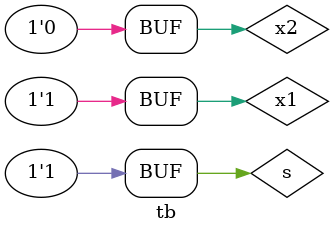
<source format=v>
module tb;
reg x1,x2,s;
wire f;

mux_2x1 test(
    .x1(x1),
    .x2(x2),
    .s(s),
    .f(f)
	 );
initial 
begin
  $monitor("time=%0t : x1=%b  x2=%b  s=%b ----->>> f=%b",$time,x1,x2,s,f);
  x1=1;x2=0;s=0;
  #20;
  x1=0;x2=1;s=1;
  #20;
  x1=0;x2=1;s=0;
  #20;
  x1=1;x2=0;s=1;
  
end

endmodule

</source>
